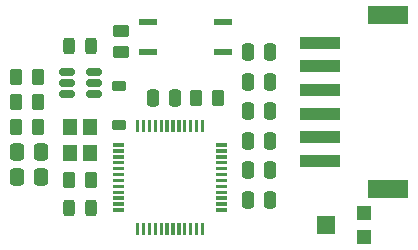
<source format=gbr>
%TF.GenerationSoftware,KiCad,Pcbnew,9.0.4*%
%TF.CreationDate,2025-09-22T16:02:19+02:00*%
%TF.ProjectId,SAULink9_ATPI_v2.0,5341554c-696e-46b3-995f-415450495f76,rev?*%
%TF.SameCoordinates,Original*%
%TF.FileFunction,Paste,Top*%
%TF.FilePolarity,Positive*%
%FSLAX46Y46*%
G04 Gerber Fmt 4.6, Leading zero omitted, Abs format (unit mm)*
G04 Created by KiCad (PCBNEW 9.0.4) date 2025-09-22 16:02:19*
%MOMM*%
%LPD*%
G01*
G04 APERTURE LIST*
G04 Aperture macros list*
%AMRoundRect*
0 Rectangle with rounded corners*
0 $1 Rounding radius*
0 $2 $3 $4 $5 $6 $7 $8 $9 X,Y pos of 4 corners*
0 Add a 4 corners polygon primitive as box body*
4,1,4,$2,$3,$4,$5,$6,$7,$8,$9,$2,$3,0*
0 Add four circle primitives for the rounded corners*
1,1,$1+$1,$2,$3*
1,1,$1+$1,$4,$5*
1,1,$1+$1,$6,$7*
1,1,$1+$1,$8,$9*
0 Add four rect primitives between the rounded corners*
20,1,$1+$1,$2,$3,$4,$5,0*
20,1,$1+$1,$4,$5,$6,$7,0*
20,1,$1+$1,$6,$7,$8,$9,0*
20,1,$1+$1,$8,$9,$2,$3,0*%
G04 Aperture macros list end*
%ADD10C,0.010000*%
%ADD11RoundRect,0.250000X-0.250000X-0.475000X0.250000X-0.475000X0.250000X0.475000X-0.250000X0.475000X0*%
%ADD12RoundRect,0.250000X-0.262500X-0.450000X0.262500X-0.450000X0.262500X0.450000X-0.262500X0.450000X0*%
%ADD13RoundRect,0.250000X0.250000X0.475000X-0.250000X0.475000X-0.250000X-0.475000X0.250000X-0.475000X0*%
%ADD14R,1.200000X1.200000*%
%ADD15R,1.500000X1.600000*%
%ADD16RoundRect,0.250000X-0.450000X0.262500X-0.450000X-0.262500X0.450000X-0.262500X0.450000X0.262500X0*%
%ADD17RoundRect,0.250000X0.337500X0.475000X-0.337500X0.475000X-0.337500X-0.475000X0.337500X-0.475000X0*%
%ADD18RoundRect,0.243750X0.243750X0.456250X-0.243750X0.456250X-0.243750X-0.456250X0.243750X-0.456250X0*%
%ADD19RoundRect,0.250000X-0.337500X-0.475000X0.337500X-0.475000X0.337500X0.475000X-0.337500X0.475000X0*%
%ADD20R,3.500000X1.000000*%
%ADD21R,3.400000X1.500000*%
%ADD22R,1.500000X0.600000*%
%ADD23RoundRect,0.250000X0.262500X0.450000X-0.262500X0.450000X-0.262500X-0.450000X0.262500X-0.450000X0*%
%ADD24R,1.200000X1.400000*%
%ADD25RoundRect,0.150000X-0.512500X-0.150000X0.512500X-0.150000X0.512500X0.150000X-0.512500X0.150000X0*%
%ADD26RoundRect,0.225000X-0.375000X0.225000X-0.375000X-0.225000X0.375000X-0.225000X0.375000X0.225000X0*%
G04 APERTURE END LIST*
D10*
%TO.C,U1*%
X127576252Y-90226748D02*
X126676252Y-90226748D01*
X126676252Y-90026748D01*
X127576252Y-90026748D01*
X127576252Y-90226748D01*
G36*
X127576252Y-90226748D02*
G01*
X126676252Y-90226748D01*
X126676252Y-90026748D01*
X127576252Y-90026748D01*
X127576252Y-90226748D01*
G37*
X127576252Y-90726748D02*
X126676252Y-90726748D01*
X126676252Y-90526748D01*
X127576252Y-90526748D01*
X127576252Y-90726748D01*
G36*
X127576252Y-90726748D02*
G01*
X126676252Y-90726748D01*
X126676252Y-90526748D01*
X127576252Y-90526748D01*
X127576252Y-90726748D01*
G37*
X127576252Y-91226748D02*
X126676252Y-91226748D01*
X126676252Y-91026748D01*
X127576252Y-91026748D01*
X127576252Y-91226748D01*
G36*
X127576252Y-91226748D02*
G01*
X126676252Y-91226748D01*
X126676252Y-91026748D01*
X127576252Y-91026748D01*
X127576252Y-91226748D01*
G37*
X127576252Y-91726748D02*
X126676252Y-91726748D01*
X126676252Y-91526748D01*
X127576252Y-91526748D01*
X127576252Y-91726748D01*
G36*
X127576252Y-91726748D02*
G01*
X126676252Y-91726748D01*
X126676252Y-91526748D01*
X127576252Y-91526748D01*
X127576252Y-91726748D01*
G37*
X127576252Y-92226748D02*
X126676252Y-92226748D01*
X126676252Y-92026748D01*
X127576252Y-92026748D01*
X127576252Y-92226748D01*
G36*
X127576252Y-92226748D02*
G01*
X126676252Y-92226748D01*
X126676252Y-92026748D01*
X127576252Y-92026748D01*
X127576252Y-92226748D01*
G37*
X127576252Y-92726748D02*
X126676252Y-92726748D01*
X126676252Y-92526748D01*
X127576252Y-92526748D01*
X127576252Y-92726748D01*
G36*
X127576252Y-92726748D02*
G01*
X126676252Y-92726748D01*
X126676252Y-92526748D01*
X127576252Y-92526748D01*
X127576252Y-92726748D01*
G37*
X127576252Y-93226748D02*
X126676252Y-93226748D01*
X126676252Y-93026748D01*
X127576252Y-93026748D01*
X127576252Y-93226748D01*
G36*
X127576252Y-93226748D02*
G01*
X126676252Y-93226748D01*
X126676252Y-93026748D01*
X127576252Y-93026748D01*
X127576252Y-93226748D01*
G37*
X127576252Y-93726748D02*
X126676252Y-93726748D01*
X126676252Y-93526748D01*
X127576252Y-93526748D01*
X127576252Y-93726748D01*
G36*
X127576252Y-93726748D02*
G01*
X126676252Y-93726748D01*
X126676252Y-93526748D01*
X127576252Y-93526748D01*
X127576252Y-93726748D01*
G37*
X127576252Y-94226748D02*
X126676252Y-94226748D01*
X126676252Y-94026748D01*
X127576252Y-94026748D01*
X127576252Y-94226748D01*
G36*
X127576252Y-94226748D02*
G01*
X126676252Y-94226748D01*
X126676252Y-94026748D01*
X127576252Y-94026748D01*
X127576252Y-94226748D01*
G37*
X127576252Y-94726748D02*
X126676252Y-94726748D01*
X126676252Y-94526748D01*
X127576252Y-94526748D01*
X127576252Y-94726748D01*
G36*
X127576252Y-94726748D02*
G01*
X126676252Y-94726748D01*
X126676252Y-94526748D01*
X127576252Y-94526748D01*
X127576252Y-94726748D01*
G37*
X127576252Y-95226748D02*
X126676252Y-95226748D01*
X126676252Y-95026748D01*
X127576252Y-95026748D01*
X127576252Y-95226748D01*
G36*
X127576252Y-95226748D02*
G01*
X126676252Y-95226748D01*
X126676252Y-95026748D01*
X127576252Y-95026748D01*
X127576252Y-95226748D01*
G37*
X127576252Y-95726748D02*
X126676252Y-95726748D01*
X126676252Y-95526748D01*
X127576252Y-95526748D01*
X127576252Y-95726748D01*
G36*
X127576252Y-95726748D02*
G01*
X126676252Y-95726748D01*
X126676252Y-95526748D01*
X127576252Y-95526748D01*
X127576252Y-95726748D01*
G37*
X128826252Y-88976748D02*
X128626252Y-88976748D01*
X128626252Y-88076748D01*
X128826252Y-88076748D01*
X128826252Y-88976748D01*
G36*
X128826252Y-88976748D02*
G01*
X128626252Y-88976748D01*
X128626252Y-88076748D01*
X128826252Y-88076748D01*
X128826252Y-88976748D01*
G37*
X128826252Y-97676748D02*
X128626252Y-97676748D01*
X128626252Y-96776748D01*
X128826252Y-96776748D01*
X128826252Y-97676748D01*
G36*
X128826252Y-97676748D02*
G01*
X128626252Y-97676748D01*
X128626252Y-96776748D01*
X128826252Y-96776748D01*
X128826252Y-97676748D01*
G37*
X129326252Y-88976748D02*
X129126252Y-88976748D01*
X129126252Y-88076748D01*
X129326252Y-88076748D01*
X129326252Y-88976748D01*
G36*
X129326252Y-88976748D02*
G01*
X129126252Y-88976748D01*
X129126252Y-88076748D01*
X129326252Y-88076748D01*
X129326252Y-88976748D01*
G37*
X129326252Y-97676748D02*
X129126252Y-97676748D01*
X129126252Y-96776748D01*
X129326252Y-96776748D01*
X129326252Y-97676748D01*
G36*
X129326252Y-97676748D02*
G01*
X129126252Y-97676748D01*
X129126252Y-96776748D01*
X129326252Y-96776748D01*
X129326252Y-97676748D01*
G37*
X129826252Y-88976748D02*
X129626252Y-88976748D01*
X129626252Y-88076748D01*
X129826252Y-88076748D01*
X129826252Y-88976748D01*
G36*
X129826252Y-88976748D02*
G01*
X129626252Y-88976748D01*
X129626252Y-88076748D01*
X129826252Y-88076748D01*
X129826252Y-88976748D01*
G37*
X129826252Y-97676748D02*
X129626252Y-97676748D01*
X129626252Y-96776748D01*
X129826252Y-96776748D01*
X129826252Y-97676748D01*
G36*
X129826252Y-97676748D02*
G01*
X129626252Y-97676748D01*
X129626252Y-96776748D01*
X129826252Y-96776748D01*
X129826252Y-97676748D01*
G37*
X130326252Y-88976748D02*
X130126252Y-88976748D01*
X130126252Y-88076748D01*
X130326252Y-88076748D01*
X130326252Y-88976748D01*
G36*
X130326252Y-88976748D02*
G01*
X130126252Y-88976748D01*
X130126252Y-88076748D01*
X130326252Y-88076748D01*
X130326252Y-88976748D01*
G37*
X130326252Y-97676748D02*
X130126252Y-97676748D01*
X130126252Y-96776748D01*
X130326252Y-96776748D01*
X130326252Y-97676748D01*
G36*
X130326252Y-97676748D02*
G01*
X130126252Y-97676748D01*
X130126252Y-96776748D01*
X130326252Y-96776748D01*
X130326252Y-97676748D01*
G37*
X130826252Y-88976748D02*
X130626252Y-88976748D01*
X130626252Y-88076748D01*
X130826252Y-88076748D01*
X130826252Y-88976748D01*
G36*
X130826252Y-88976748D02*
G01*
X130626252Y-88976748D01*
X130626252Y-88076748D01*
X130826252Y-88076748D01*
X130826252Y-88976748D01*
G37*
X130826252Y-97676748D02*
X130626252Y-97676748D01*
X130626252Y-96776748D01*
X130826252Y-96776748D01*
X130826252Y-97676748D01*
G36*
X130826252Y-97676748D02*
G01*
X130626252Y-97676748D01*
X130626252Y-96776748D01*
X130826252Y-96776748D01*
X130826252Y-97676748D01*
G37*
X131326252Y-88976748D02*
X131126252Y-88976748D01*
X131126252Y-88076748D01*
X131326252Y-88076748D01*
X131326252Y-88976748D01*
G36*
X131326252Y-88976748D02*
G01*
X131126252Y-88976748D01*
X131126252Y-88076748D01*
X131326252Y-88076748D01*
X131326252Y-88976748D01*
G37*
X131326252Y-97676748D02*
X131126252Y-97676748D01*
X131126252Y-96776748D01*
X131326252Y-96776748D01*
X131326252Y-97676748D01*
G36*
X131326252Y-97676748D02*
G01*
X131126252Y-97676748D01*
X131126252Y-96776748D01*
X131326252Y-96776748D01*
X131326252Y-97676748D01*
G37*
X131826252Y-88976748D02*
X131626252Y-88976748D01*
X131626252Y-88076748D01*
X131826252Y-88076748D01*
X131826252Y-88976748D01*
G36*
X131826252Y-88976748D02*
G01*
X131626252Y-88976748D01*
X131626252Y-88076748D01*
X131826252Y-88076748D01*
X131826252Y-88976748D01*
G37*
X131826252Y-97676748D02*
X131626252Y-97676748D01*
X131626252Y-96776748D01*
X131826252Y-96776748D01*
X131826252Y-97676748D01*
G36*
X131826252Y-97676748D02*
G01*
X131626252Y-97676748D01*
X131626252Y-96776748D01*
X131826252Y-96776748D01*
X131826252Y-97676748D01*
G37*
X132326252Y-88976748D02*
X132126252Y-88976748D01*
X132126252Y-88076748D01*
X132326252Y-88076748D01*
X132326252Y-88976748D01*
G36*
X132326252Y-88976748D02*
G01*
X132126252Y-88976748D01*
X132126252Y-88076748D01*
X132326252Y-88076748D01*
X132326252Y-88976748D01*
G37*
X132326252Y-97676748D02*
X132126252Y-97676748D01*
X132126252Y-96776748D01*
X132326252Y-96776748D01*
X132326252Y-97676748D01*
G36*
X132326252Y-97676748D02*
G01*
X132126252Y-97676748D01*
X132126252Y-96776748D01*
X132326252Y-96776748D01*
X132326252Y-97676748D01*
G37*
X132826252Y-88976748D02*
X132626252Y-88976748D01*
X132626252Y-88076748D01*
X132826252Y-88076748D01*
X132826252Y-88976748D01*
G36*
X132826252Y-88976748D02*
G01*
X132626252Y-88976748D01*
X132626252Y-88076748D01*
X132826252Y-88076748D01*
X132826252Y-88976748D01*
G37*
X132826252Y-97676748D02*
X132626252Y-97676748D01*
X132626252Y-96776748D01*
X132826252Y-96776748D01*
X132826252Y-97676748D01*
G36*
X132826252Y-97676748D02*
G01*
X132626252Y-97676748D01*
X132626252Y-96776748D01*
X132826252Y-96776748D01*
X132826252Y-97676748D01*
G37*
X133326252Y-88976748D02*
X133126252Y-88976748D01*
X133126252Y-88076748D01*
X133326252Y-88076748D01*
X133326252Y-88976748D01*
G36*
X133326252Y-88976748D02*
G01*
X133126252Y-88976748D01*
X133126252Y-88076748D01*
X133326252Y-88076748D01*
X133326252Y-88976748D01*
G37*
X133326252Y-97676748D02*
X133126252Y-97676748D01*
X133126252Y-96776748D01*
X133326252Y-96776748D01*
X133326252Y-97676748D01*
G36*
X133326252Y-97676748D02*
G01*
X133126252Y-97676748D01*
X133126252Y-96776748D01*
X133326252Y-96776748D01*
X133326252Y-97676748D01*
G37*
X133826252Y-88976748D02*
X133626252Y-88976748D01*
X133626252Y-88076748D01*
X133826252Y-88076748D01*
X133826252Y-88976748D01*
G36*
X133826252Y-88976748D02*
G01*
X133626252Y-88976748D01*
X133626252Y-88076748D01*
X133826252Y-88076748D01*
X133826252Y-88976748D01*
G37*
X133826252Y-97676748D02*
X133626252Y-97676748D01*
X133626252Y-96776748D01*
X133826252Y-96776748D01*
X133826252Y-97676748D01*
G36*
X133826252Y-97676748D02*
G01*
X133626252Y-97676748D01*
X133626252Y-96776748D01*
X133826252Y-96776748D01*
X133826252Y-97676748D01*
G37*
X134326252Y-88976748D02*
X134126252Y-88976748D01*
X134126252Y-88076748D01*
X134326252Y-88076748D01*
X134326252Y-88976748D01*
G36*
X134326252Y-88976748D02*
G01*
X134126252Y-88976748D01*
X134126252Y-88076748D01*
X134326252Y-88076748D01*
X134326252Y-88976748D01*
G37*
X134326252Y-97676748D02*
X134126252Y-97676748D01*
X134126252Y-96776748D01*
X134326252Y-96776748D01*
X134326252Y-97676748D01*
G36*
X134326252Y-97676748D02*
G01*
X134126252Y-97676748D01*
X134126252Y-96776748D01*
X134326252Y-96776748D01*
X134326252Y-97676748D01*
G37*
X136276252Y-90226748D02*
X135376252Y-90226748D01*
X135376252Y-90026748D01*
X136276252Y-90026748D01*
X136276252Y-90226748D01*
G36*
X136276252Y-90226748D02*
G01*
X135376252Y-90226748D01*
X135376252Y-90026748D01*
X136276252Y-90026748D01*
X136276252Y-90226748D01*
G37*
X136276252Y-90726748D02*
X135376252Y-90726748D01*
X135376252Y-90526748D01*
X136276252Y-90526748D01*
X136276252Y-90726748D01*
G36*
X136276252Y-90726748D02*
G01*
X135376252Y-90726748D01*
X135376252Y-90526748D01*
X136276252Y-90526748D01*
X136276252Y-90726748D01*
G37*
X136276252Y-91226748D02*
X135376252Y-91226748D01*
X135376252Y-91026748D01*
X136276252Y-91026748D01*
X136276252Y-91226748D01*
G36*
X136276252Y-91226748D02*
G01*
X135376252Y-91226748D01*
X135376252Y-91026748D01*
X136276252Y-91026748D01*
X136276252Y-91226748D01*
G37*
X136276252Y-91726748D02*
X135376252Y-91726748D01*
X135376252Y-91526748D01*
X136276252Y-91526748D01*
X136276252Y-91726748D01*
G36*
X136276252Y-91726748D02*
G01*
X135376252Y-91726748D01*
X135376252Y-91526748D01*
X136276252Y-91526748D01*
X136276252Y-91726748D01*
G37*
X136276252Y-92226748D02*
X135376252Y-92226748D01*
X135376252Y-92026748D01*
X136276252Y-92026748D01*
X136276252Y-92226748D01*
G36*
X136276252Y-92226748D02*
G01*
X135376252Y-92226748D01*
X135376252Y-92026748D01*
X136276252Y-92026748D01*
X136276252Y-92226748D01*
G37*
X136276252Y-92726748D02*
X135376252Y-92726748D01*
X135376252Y-92526748D01*
X136276252Y-92526748D01*
X136276252Y-92726748D01*
G36*
X136276252Y-92726748D02*
G01*
X135376252Y-92726748D01*
X135376252Y-92526748D01*
X136276252Y-92526748D01*
X136276252Y-92726748D01*
G37*
X136276252Y-93226748D02*
X135376252Y-93226748D01*
X135376252Y-93026748D01*
X136276252Y-93026748D01*
X136276252Y-93226748D01*
G36*
X136276252Y-93226748D02*
G01*
X135376252Y-93226748D01*
X135376252Y-93026748D01*
X136276252Y-93026748D01*
X136276252Y-93226748D01*
G37*
X136276252Y-93726748D02*
X135376252Y-93726748D01*
X135376252Y-93526748D01*
X136276252Y-93526748D01*
X136276252Y-93726748D01*
G36*
X136276252Y-93726748D02*
G01*
X135376252Y-93726748D01*
X135376252Y-93526748D01*
X136276252Y-93526748D01*
X136276252Y-93726748D01*
G37*
X136276252Y-94226748D02*
X135376252Y-94226748D01*
X135376252Y-94026748D01*
X136276252Y-94026748D01*
X136276252Y-94226748D01*
G36*
X136276252Y-94226748D02*
G01*
X135376252Y-94226748D01*
X135376252Y-94026748D01*
X136276252Y-94026748D01*
X136276252Y-94226748D01*
G37*
X136276252Y-94726748D02*
X135376252Y-94726748D01*
X135376252Y-94526748D01*
X136276252Y-94526748D01*
X136276252Y-94726748D01*
G36*
X136276252Y-94726748D02*
G01*
X135376252Y-94726748D01*
X135376252Y-94526748D01*
X136276252Y-94526748D01*
X136276252Y-94726748D01*
G37*
X136276252Y-95226748D02*
X135376252Y-95226748D01*
X135376252Y-95026748D01*
X136276252Y-95026748D01*
X136276252Y-95226748D01*
G36*
X136276252Y-95226748D02*
G01*
X135376252Y-95226748D01*
X135376252Y-95026748D01*
X136276252Y-95026748D01*
X136276252Y-95226748D01*
G37*
X136276252Y-95726748D02*
X135376252Y-95726748D01*
X135376252Y-95526748D01*
X136276252Y-95526748D01*
X136276252Y-95726748D01*
G36*
X136276252Y-95726748D02*
G01*
X135376252Y-95726748D01*
X135376252Y-95526748D01*
X136276252Y-95526748D01*
X136276252Y-95726748D01*
G37*
%TD*%
D11*
%TO.C,C5*%
X138101252Y-94801748D03*
X140001252Y-94801748D03*
%TD*%
D12*
%TO.C,R3*%
X118476252Y-84451748D03*
X120301252Y-84451748D03*
%TD*%
%TO.C,R6*%
X133751252Y-86201748D03*
X135576252Y-86201748D03*
%TD*%
%TO.C,R2*%
X118476252Y-88626748D03*
X120301252Y-88626748D03*
%TD*%
D13*
%TO.C,C8*%
X131951252Y-86201748D03*
X130051252Y-86201748D03*
%TD*%
D14*
%TO.C,R8*%
X147973200Y-97953200D03*
D15*
X144723200Y-96953200D03*
D14*
X147973200Y-95953200D03*
%TD*%
D16*
%TO.C,R7*%
X127376252Y-80501748D03*
X127376252Y-82326748D03*
%TD*%
D11*
%TO.C,C4*%
X138101252Y-87301748D03*
X140001252Y-87301748D03*
%TD*%
D17*
%TO.C,C2*%
X120626252Y-90726748D03*
X118551252Y-90726748D03*
%TD*%
D18*
%TO.C,D2*%
X124855000Y-95520000D03*
X122980000Y-95520000D03*
%TD*%
D12*
%TO.C,R5*%
X122987352Y-93101748D03*
X124812352Y-93101748D03*
%TD*%
D19*
%TO.C,C1*%
X118551252Y-92851748D03*
X120626252Y-92851748D03*
%TD*%
D11*
%TO.C,C9*%
X138101252Y-89801748D03*
X140001252Y-89801748D03*
%TD*%
D20*
%TO.C,J2*%
X144200000Y-91510000D03*
X144200000Y-89510000D03*
X144200000Y-87510000D03*
X144200000Y-85510000D03*
X144200000Y-83510000D03*
X144200000Y-81510000D03*
D21*
X149950000Y-93860000D03*
X149950000Y-79160000D03*
%TD*%
D22*
%TO.C,U3*%
X129626252Y-79776748D03*
X129626252Y-82316748D03*
X135976252Y-82316748D03*
X135976252Y-79776748D03*
%TD*%
D18*
%TO.C,D3*%
X124825000Y-81750000D03*
X122950000Y-81750000D03*
%TD*%
D23*
%TO.C,R1*%
X120301252Y-86551748D03*
X118476252Y-86551748D03*
%TD*%
D11*
%TO.C,C7*%
X138076252Y-82301748D03*
X139976252Y-82301748D03*
%TD*%
D24*
%TO.C,Y1*%
X123063452Y-88682148D03*
X123063452Y-90882148D03*
X124763452Y-90882148D03*
X124763452Y-88682148D03*
%TD*%
D11*
%TO.C,C6*%
X138076252Y-84801748D03*
X139976252Y-84801748D03*
%TD*%
%TO.C,C3*%
X138101252Y-92301748D03*
X140001252Y-92301748D03*
%TD*%
D25*
%TO.C,U2*%
X122805000Y-83960000D03*
X122805000Y-84910000D03*
X122805000Y-85860000D03*
X125080000Y-85860000D03*
X125080000Y-84910000D03*
X125080000Y-83960000D03*
%TD*%
D26*
%TO.C,D1*%
X127176252Y-85201748D03*
X127176252Y-88501748D03*
%TD*%
M02*

</source>
